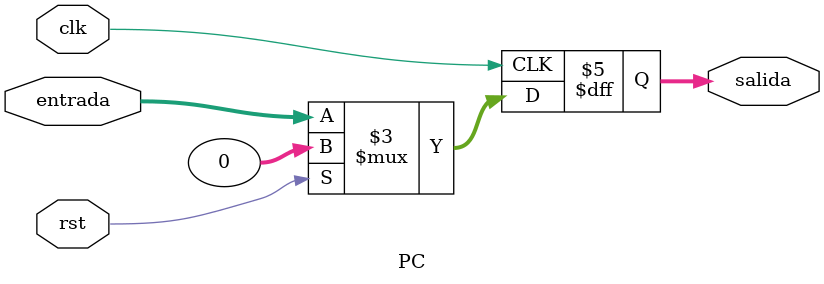
<source format=v>

module PC(
	input  wire [31:0]entrada,
	input                 clk,
	input wire 			  rst,
	output reg  [31:0] salida
);

always@(posedge clk)
begin
	if(rst)
		salida = 32'b0;
	
	else
		salida = entrada;
end
endmodule

</source>
